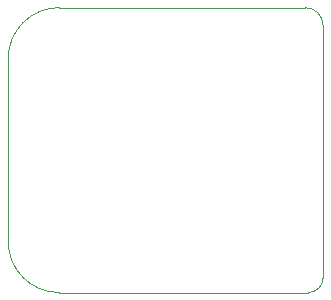
<source format=gbr>
%TF.GenerationSoftware,KiCad,Pcbnew,7.0.5-0*%
%TF.CreationDate,2023-10-13T18:20:27+02:00*%
%TF.ProjectId,rj45-stepper-adapter,726a3435-2d73-4746-9570-7065722d6164,rev?*%
%TF.SameCoordinates,Original*%
%TF.FileFunction,Profile,NP*%
%FSLAX46Y46*%
G04 Gerber Fmt 4.6, Leading zero omitted, Abs format (unit mm)*
G04 Created by KiCad (PCBNEW 7.0.5-0) date 2023-10-13 18:20:27*
%MOMM*%
%LPD*%
G01*
G04 APERTURE LIST*
%TA.AperFunction,Profile*%
%ADD10C,0.050000*%
%TD*%
G04 APERTURE END LIST*
D10*
X167386000Y-96774000D02*
X167386000Y-118110000D01*
X140716000Y-115062000D02*
X140716000Y-99568000D01*
X166116000Y-119380000D02*
X145034000Y-119380000D01*
X166116000Y-119380000D02*
G75*
G03*
X167386000Y-118110000I0J1270000D01*
G01*
X165862000Y-95250000D02*
X145034000Y-95250000D01*
X140716000Y-115062000D02*
G75*
G03*
X145034000Y-119380000I4318000J0D01*
G01*
X167386000Y-96774000D02*
G75*
G03*
X165862000Y-95250000I-1524000J0D01*
G01*
X145034000Y-95250000D02*
G75*
G03*
X140716000Y-99568000I0J-4318000D01*
G01*
M02*

</source>
